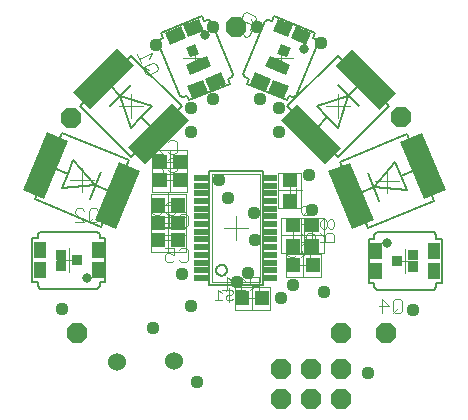
<source format=gbo>
G75*
G70*
%OFA0B0*%
%FSLAX24Y24*%
%IPPOS*%
%LPD*%
%AMOC8*
5,1,8,0,0,1.08239X$1,22.5*
%
%ADD10C,0.0060*%
%ADD11C,0.0020*%
%ADD12R,0.0470X0.0200*%
%ADD13C,0.0040*%
%ADD14C,0.0000*%
%ADD15C,0.0080*%
%ADD16C,0.0315*%
%ADD17R,0.0434X0.0572*%
%ADD18R,0.0336X0.0336*%
%ADD19R,0.0375X0.0375*%
%ADD20R,0.0336X0.0336*%
%ADD21R,0.0375X0.0375*%
%ADD22C,0.0600*%
%ADD23OC8,0.0680*%
%ADD24C,0.0050*%
%ADD25R,0.0780X0.2080*%
%ADD26R,0.0513X0.0474*%
%ADD27R,0.0474X0.0513*%
%ADD28C,0.0440*%
D10*
X007013Y005764D02*
X008810Y005764D01*
X008810Y009536D01*
X007013Y009536D01*
X007013Y005764D01*
X007251Y006242D02*
X007253Y006268D01*
X007259Y006294D01*
X007268Y006318D01*
X007281Y006341D01*
X007297Y006362D01*
X007316Y006380D01*
X007337Y006396D01*
X007361Y006408D01*
X007385Y006416D01*
X007411Y006421D01*
X007438Y006422D01*
X007464Y006419D01*
X007489Y006412D01*
X007513Y006402D01*
X007536Y006388D01*
X007556Y006372D01*
X007573Y006352D01*
X007588Y006330D01*
X007599Y006306D01*
X007607Y006281D01*
X007611Y006255D01*
X007611Y006229D01*
X007607Y006203D01*
X007599Y006178D01*
X007588Y006154D01*
X007573Y006132D01*
X007556Y006112D01*
X007536Y006096D01*
X007513Y006082D01*
X007489Y006072D01*
X007464Y006065D01*
X007438Y006062D01*
X007411Y006063D01*
X007385Y006068D01*
X007361Y006076D01*
X007337Y006088D01*
X007316Y006104D01*
X007297Y006122D01*
X007281Y006143D01*
X007268Y006166D01*
X007259Y006190D01*
X007253Y006216D01*
X007251Y006242D01*
D11*
X007103Y005854D02*
X008720Y005854D01*
X008720Y009446D01*
X007103Y009446D01*
X007103Y005854D01*
X007881Y005687D02*
X007881Y004913D01*
X009041Y004913D01*
X009041Y005687D01*
X007881Y005687D01*
X009424Y006820D02*
X010198Y006820D01*
X010198Y007980D01*
X009424Y007980D01*
X009424Y006820D01*
X009581Y006787D02*
X009581Y006013D01*
X010741Y006013D01*
X010741Y006787D01*
X009581Y006787D01*
X010074Y006820D02*
X010848Y006820D01*
X010848Y007980D01*
X010074Y007980D01*
X010074Y006820D01*
X010098Y008320D02*
X009324Y008320D01*
X009324Y009480D01*
X010098Y009480D01*
X010098Y008320D01*
X006291Y008863D02*
X006291Y009637D01*
X005131Y009637D01*
X005131Y008863D01*
X006291Y008863D01*
X006241Y008787D02*
X005081Y008787D01*
X005081Y008013D01*
X006241Y008013D01*
X006241Y008787D01*
X006241Y008187D02*
X006241Y007413D01*
X005081Y007413D01*
X005081Y008187D01*
X006241Y008187D01*
X006241Y007637D02*
X005081Y007637D01*
X005081Y006863D01*
X006241Y006863D01*
X006241Y007637D01*
X006291Y009463D02*
X005131Y009463D01*
X005131Y010237D01*
X006291Y010237D01*
X006291Y009463D01*
D12*
X006763Y009313D03*
X006763Y009057D03*
X006763Y008802D03*
X006763Y008546D03*
X006763Y008290D03*
X006763Y008034D03*
X006763Y007778D03*
X006763Y007522D03*
X006763Y007266D03*
X006763Y007010D03*
X006763Y006754D03*
X006763Y006498D03*
X006763Y006243D03*
X006763Y005987D03*
X009060Y005987D03*
X009060Y006243D03*
X009060Y006498D03*
X009060Y006754D03*
X009060Y007010D03*
X009060Y007266D03*
X009060Y007522D03*
X009060Y007778D03*
X009060Y008034D03*
X009060Y008290D03*
X009060Y008546D03*
X009060Y008802D03*
X009060Y009057D03*
X009060Y009313D03*
D13*
X009905Y008977D02*
X009905Y008670D01*
X010158Y008398D02*
X010081Y008321D01*
X010081Y008168D01*
X010158Y008091D01*
X010465Y008398D01*
X010158Y008398D01*
X010465Y008398D02*
X010542Y008321D01*
X010542Y008168D01*
X010465Y008091D01*
X010158Y008091D01*
X010081Y007937D02*
X010081Y007630D01*
X010081Y007477D02*
X010235Y007323D01*
X010235Y007400D02*
X010235Y007170D01*
X010161Y007130D02*
X010084Y007054D01*
X010084Y006900D01*
X010161Y006823D01*
X010391Y006823D01*
X010391Y006670D02*
X010391Y007130D01*
X010161Y007130D01*
X010081Y007170D02*
X010542Y007170D01*
X010542Y007400D01*
X010465Y007477D01*
X010312Y007477D01*
X010235Y007400D01*
X010388Y007630D02*
X010542Y007784D01*
X010081Y007784D01*
X010731Y007861D02*
X010731Y007707D01*
X010808Y007630D01*
X010885Y007630D01*
X010962Y007707D01*
X010962Y007861D01*
X010885Y007937D01*
X010808Y007937D01*
X010731Y007861D01*
X010962Y007861D02*
X011038Y007937D01*
X011115Y007937D01*
X011192Y007861D01*
X011192Y007707D01*
X011115Y007630D01*
X011038Y007630D01*
X010962Y007707D01*
X010962Y007477D02*
X010885Y007400D01*
X010885Y007170D01*
X010885Y007323D02*
X010731Y007477D01*
X010962Y007477D02*
X011115Y007477D01*
X011192Y007400D01*
X011192Y007170D01*
X010731Y007170D01*
X010238Y006823D02*
X010084Y006670D01*
X009931Y006747D02*
X009854Y006670D01*
X009701Y006670D01*
X009624Y006747D01*
X009624Y007054D01*
X009701Y007130D01*
X009854Y007130D01*
X009931Y007054D01*
X009931Y006977D01*
X009854Y006900D01*
X009624Y006900D01*
X008691Y006030D02*
X008461Y006030D01*
X008384Y005954D01*
X008384Y005800D01*
X008461Y005723D01*
X008691Y005723D01*
X008691Y005570D02*
X008691Y006030D01*
X008538Y005723D02*
X008384Y005570D01*
X008231Y005570D02*
X007924Y005570D01*
X007936Y005595D02*
X007936Y005294D01*
X007996Y005234D01*
X008116Y005234D01*
X008176Y005294D01*
X008176Y005595D01*
X008077Y005570D02*
X008077Y006030D01*
X008231Y005877D01*
X007771Y005877D02*
X007617Y006030D01*
X007617Y005570D01*
X007628Y005595D02*
X007568Y005535D01*
X007628Y005595D02*
X007748Y005595D01*
X007808Y005535D01*
X007808Y005475D01*
X007748Y005414D01*
X007628Y005414D01*
X007568Y005354D01*
X007568Y005294D01*
X007628Y005234D01*
X007748Y005234D01*
X007808Y005294D01*
X007688Y005174D02*
X007688Y005655D01*
X007771Y005570D02*
X007464Y005570D01*
X007440Y005475D02*
X007320Y005595D01*
X007320Y005234D01*
X007440Y005234D02*
X007199Y005234D01*
X006235Y006520D02*
X006082Y006520D01*
X006005Y006597D01*
X005852Y006597D02*
X005775Y006520D01*
X005622Y006520D01*
X005545Y006597D01*
X005545Y006750D01*
X005622Y006827D01*
X005698Y006827D01*
X005852Y006750D01*
X005852Y006980D01*
X005545Y006980D01*
X006005Y006904D02*
X006082Y006980D01*
X006235Y006980D01*
X006312Y006904D01*
X006312Y006597D01*
X006235Y006520D01*
X006235Y007670D02*
X006082Y007670D01*
X006005Y007747D01*
X005852Y007670D02*
X005545Y007670D01*
X005698Y007670D02*
X005698Y008130D01*
X005852Y007977D01*
X005815Y008070D02*
X005661Y008070D01*
X005584Y008147D01*
X005431Y008147D02*
X005431Y008300D01*
X005201Y008300D01*
X005124Y008223D01*
X005124Y008147D01*
X005201Y008070D01*
X005354Y008070D01*
X005431Y008147D01*
X005431Y008300D02*
X005277Y008454D01*
X005124Y008530D01*
X005584Y008454D02*
X005661Y008530D01*
X005815Y008530D01*
X005891Y008454D01*
X005891Y008147D01*
X005815Y008070D01*
X006005Y008054D02*
X006082Y008130D01*
X006235Y008130D01*
X006312Y008054D01*
X006312Y007747D01*
X006235Y007670D01*
X005865Y009520D02*
X005711Y009520D01*
X005634Y009597D01*
X005481Y009597D02*
X005481Y009520D01*
X005481Y009597D02*
X005174Y009904D01*
X005174Y009980D01*
X005481Y009980D01*
X005481Y010120D02*
X005174Y010427D01*
X005174Y010504D01*
X005251Y010580D01*
X005404Y010580D01*
X005481Y010504D01*
X005634Y010504D02*
X005711Y010580D01*
X005865Y010580D01*
X005941Y010504D01*
X005941Y010197D01*
X005865Y010120D01*
X005711Y010120D01*
X005634Y010197D01*
X005481Y010120D02*
X005174Y010120D01*
X005634Y009904D02*
X005711Y009980D01*
X005865Y009980D01*
X005941Y009904D01*
X005941Y009597D01*
X005865Y009520D01*
X003316Y008229D02*
X003316Y007922D01*
X003239Y007845D01*
X003086Y007845D01*
X003009Y007922D01*
X003009Y008229D01*
X003086Y008305D01*
X003239Y008305D01*
X003316Y008229D01*
X003162Y007998D02*
X003009Y007845D01*
X002856Y007845D02*
X002549Y008152D01*
X002549Y008229D01*
X002625Y008305D01*
X002779Y008305D01*
X002856Y008229D01*
X002856Y007845D02*
X002549Y007845D01*
X004896Y012801D02*
X004996Y012759D01*
X005280Y012876D01*
X005321Y012977D01*
X005262Y013118D01*
X005162Y013160D01*
X004878Y013043D01*
X004837Y012942D01*
X004896Y012801D01*
X005008Y012930D02*
X004808Y013013D01*
X004749Y013155D02*
X004631Y013439D01*
X004690Y013297D02*
X005115Y013473D01*
X005032Y013272D01*
X007923Y014230D02*
X007965Y014129D01*
X008036Y014100D01*
X008136Y014141D01*
X008178Y014041D01*
X008249Y014012D01*
X008349Y014053D01*
X008407Y014195D01*
X008366Y014295D01*
X008425Y014437D02*
X008141Y014555D01*
X008100Y014655D01*
X008158Y014797D01*
X008259Y014838D01*
X008542Y014721D01*
X008584Y014621D01*
X008525Y014479D01*
X008425Y014437D01*
X008496Y014408D02*
X008413Y014608D01*
X008082Y014413D02*
X007982Y014371D01*
X007923Y014230D01*
X008136Y014141D02*
X008165Y014212D01*
X012772Y005280D02*
X013002Y005050D01*
X012695Y005050D01*
X012772Y004820D02*
X012772Y005280D01*
X013155Y005204D02*
X013155Y004897D01*
X013232Y004820D01*
X013385Y004820D01*
X013462Y004897D01*
X013462Y005204D01*
X013385Y005280D01*
X013232Y005280D01*
X013155Y005204D01*
X013309Y004973D02*
X013155Y004820D01*
D14*
X013561Y006150D02*
X013561Y006950D01*
X013161Y006550D02*
X013961Y006550D01*
X012961Y008800D02*
X012961Y009600D01*
X012561Y009200D02*
X013361Y009200D01*
X011311Y011300D02*
X011311Y012100D01*
X010911Y011700D02*
X011711Y011700D01*
X009811Y013300D02*
X009011Y013300D01*
X009411Y012900D02*
X009411Y013700D01*
X006961Y013300D02*
X006161Y013300D01*
X006561Y012900D02*
X006561Y013700D01*
X004811Y011700D02*
X004011Y011700D01*
X004411Y011300D02*
X004411Y012100D01*
X005711Y010250D02*
X005711Y009450D01*
X005711Y009650D02*
X005711Y008850D01*
X005661Y008800D02*
X005661Y008000D01*
X005661Y008200D02*
X005661Y007400D01*
X005661Y007650D02*
X005661Y006850D01*
X005261Y007250D02*
X006061Y007250D01*
X006061Y007800D02*
X005261Y007800D01*
X005261Y008400D02*
X006061Y008400D01*
X006111Y009250D02*
X005311Y009250D01*
X005311Y009850D02*
X006111Y009850D01*
X007911Y008050D02*
X007911Y007250D01*
X007511Y007650D02*
X008311Y007650D01*
X009411Y007400D02*
X010211Y007400D01*
X010061Y007400D02*
X010861Y007400D01*
X010461Y007000D02*
X010461Y007800D01*
X009811Y007800D02*
X009811Y007000D01*
X010161Y006800D02*
X010161Y006000D01*
X009761Y006400D02*
X010561Y006400D01*
X008861Y005300D02*
X008061Y005300D01*
X008461Y004900D02*
X008461Y005700D01*
X009711Y008500D02*
X009711Y009300D01*
X009311Y008900D02*
X010111Y008900D01*
X003168Y009257D02*
X002368Y009257D01*
X002768Y008857D02*
X002768Y009657D01*
X002336Y006975D02*
X002336Y006175D01*
X001936Y006575D02*
X002736Y006575D01*
D15*
X003369Y007313D02*
X003547Y007313D01*
X003547Y005837D01*
X003369Y005837D01*
X003369Y005699D01*
X003291Y005620D01*
X001381Y005620D01*
X001302Y005699D01*
X001302Y005837D01*
X001125Y005837D01*
X001125Y007313D01*
X001302Y007313D01*
X001302Y007451D01*
X001381Y007530D01*
X003291Y007530D01*
X003369Y007451D01*
X003369Y007313D01*
X006045Y012053D02*
X006148Y012010D01*
X006275Y012063D01*
X006343Y011899D01*
X007707Y012464D01*
X007639Y012628D01*
X007766Y012680D01*
X007809Y012783D01*
X007078Y014547D01*
X006975Y014590D01*
X006848Y014537D01*
X006780Y014701D01*
X005416Y014136D01*
X005484Y013972D01*
X005357Y013920D01*
X005314Y013817D01*
X006045Y012053D01*
X008164Y012783D02*
X008207Y012680D01*
X008334Y012628D01*
X008266Y012464D01*
X009630Y011899D01*
X009698Y012063D01*
X009825Y012010D01*
X009928Y012053D01*
X010659Y013817D01*
X010616Y013920D01*
X010489Y013972D01*
X010557Y014136D01*
X009193Y014701D01*
X009125Y014537D01*
X008998Y014590D01*
X008895Y014547D01*
X008164Y012783D01*
X012607Y007505D02*
X012528Y007426D01*
X012528Y007288D01*
X012351Y007288D01*
X012351Y005812D01*
X012528Y005812D01*
X012528Y005674D01*
X012607Y005595D01*
X014516Y005595D01*
X014595Y005674D01*
X014595Y005812D01*
X014772Y005812D01*
X014772Y007288D01*
X014595Y007288D01*
X014595Y007426D01*
X014516Y007505D01*
X012607Y007505D01*
D16*
X012961Y007141D03*
X010187Y013629D03*
X006877Y014081D03*
X002936Y005984D03*
D17*
X003301Y006250D03*
X003301Y006900D03*
X001371Y006900D03*
X001371Y006250D03*
G36*
X006449Y011976D02*
X006283Y012376D01*
X006811Y012594D01*
X006977Y012194D01*
X006449Y011976D01*
G37*
G36*
X007050Y012224D02*
X006884Y012624D01*
X007412Y012842D01*
X007578Y012442D01*
X007050Y012224D01*
G37*
G36*
X008395Y012442D02*
X008561Y012842D01*
X009089Y012624D01*
X008923Y012224D01*
X008395Y012442D01*
G37*
G36*
X008995Y012194D02*
X009161Y012594D01*
X009689Y012376D01*
X009523Y011976D01*
X008995Y012194D01*
G37*
G36*
X009734Y013976D02*
X009900Y014376D01*
X010428Y014158D01*
X010262Y013758D01*
X009734Y013976D01*
G37*
G36*
X009133Y014224D02*
X009299Y014624D01*
X009827Y014406D01*
X009661Y014006D01*
X009133Y014224D01*
G37*
G36*
X006311Y014006D02*
X006145Y014406D01*
X006673Y014624D01*
X006839Y014224D01*
X006311Y014006D01*
G37*
G36*
X005711Y013758D02*
X005545Y014158D01*
X006073Y014376D01*
X006239Y013976D01*
X005711Y013758D01*
G37*
X012597Y006875D03*
X012597Y006225D03*
X014526Y006225D03*
X014526Y006875D03*
D18*
G36*
X009298Y013465D02*
X009427Y013774D01*
X009736Y013645D01*
X009607Y013336D01*
X009298Y013465D01*
G37*
G36*
X006366Y013336D02*
X006237Y013645D01*
X006546Y013774D01*
X006675Y013465D01*
X006366Y013336D01*
G37*
D19*
G36*
X006385Y012748D02*
X006242Y013093D01*
X006587Y013236D01*
X006730Y012891D01*
X006385Y012748D01*
G37*
G36*
X006731Y012891D02*
X006588Y013236D01*
X006933Y013379D01*
X007076Y013034D01*
X006731Y012891D01*
G37*
G36*
X008897Y013034D02*
X009040Y013379D01*
X009385Y013236D01*
X009242Y012891D01*
X008897Y013034D01*
G37*
G36*
X009242Y012891D02*
X009385Y013236D01*
X009730Y013093D01*
X009587Y012748D01*
X009242Y012891D01*
G37*
D20*
X013286Y006550D03*
X002612Y006575D03*
D21*
X002080Y006762D03*
X002080Y006388D03*
X013817Y006363D03*
X013817Y006737D03*
D22*
X003961Y003197D03*
X005861Y003203D03*
D23*
X002611Y004150D03*
X009411Y002950D03*
X009411Y001950D03*
X010411Y001950D03*
X010411Y002950D03*
X011411Y002950D03*
X011411Y001950D03*
X011411Y004150D03*
X012911Y004150D03*
X013411Y011350D03*
X007911Y014350D03*
X002411Y011300D03*
D24*
X002714Y011700D02*
X004411Y010003D01*
X006108Y011700D01*
X004411Y013397D01*
X002714Y011700D01*
X002119Y010825D02*
X001200Y008608D01*
X003418Y007689D01*
X004336Y009907D01*
X002119Y010825D01*
X002498Y009910D02*
X003230Y009066D01*
X002115Y008987D01*
X002306Y009448D01*
X001844Y009640D01*
X002306Y009448D02*
X002498Y009910D01*
X003230Y009066D02*
X003692Y008874D01*
X003039Y008604D02*
X003421Y009528D01*
X004411Y010993D02*
X004058Y012054D01*
X005118Y011700D01*
X004765Y011346D01*
X005118Y010993D01*
X004765Y011346D02*
X004411Y010993D01*
X003704Y011700D02*
X004411Y012407D01*
X004058Y012054D02*
X003704Y012407D01*
X009614Y011700D02*
X011311Y010003D01*
X013008Y011700D01*
X011311Y013397D01*
X009614Y011700D01*
X010604Y011700D02*
X011665Y012054D01*
X011311Y010993D01*
X010958Y011346D01*
X010604Y010993D01*
X010958Y011346D02*
X010604Y011700D01*
X011311Y012407D02*
X012018Y011700D01*
X011665Y012054D02*
X012018Y012407D01*
X013611Y010768D02*
X014529Y008551D01*
X012312Y007632D01*
X011393Y009849D01*
X013611Y010768D01*
X013232Y009853D02*
X013423Y009391D01*
X013885Y009583D01*
X013423Y009391D02*
X013615Y008929D01*
X012499Y009009D01*
X013232Y009853D01*
X012308Y009471D02*
X012691Y008547D01*
X012499Y009009D02*
X012037Y008817D01*
D25*
G36*
X010995Y009532D02*
X011716Y009831D01*
X012511Y007910D01*
X011790Y007611D01*
X010995Y009532D01*
G37*
G36*
X011424Y010315D02*
X010872Y009763D01*
X009402Y011233D01*
X009954Y011785D01*
X011424Y010315D01*
G37*
G36*
X013256Y012146D02*
X012704Y011594D01*
X011234Y013064D01*
X011786Y013616D01*
X013256Y012146D01*
G37*
G36*
X013387Y010523D02*
X014108Y010822D01*
X014903Y008901D01*
X014182Y008602D01*
X013387Y010523D01*
G37*
G36*
X005797Y011813D02*
X006349Y011261D01*
X004879Y009791D01*
X004327Y010343D01*
X005797Y011813D01*
G37*
G36*
X003965Y013644D02*
X004517Y013092D01*
X003047Y011622D01*
X002495Y012174D01*
X003965Y013644D01*
G37*
G36*
X001532Y008622D02*
X000811Y008921D01*
X001606Y010842D01*
X002327Y010543D01*
X001532Y008622D01*
G37*
G36*
X003925Y007631D02*
X003204Y007930D01*
X003999Y009851D01*
X004720Y009552D01*
X003925Y007631D01*
G37*
D26*
X005327Y007800D03*
X005327Y007250D03*
X005996Y007250D03*
X005996Y007800D03*
X005996Y008400D03*
X005327Y008400D03*
X005377Y009250D03*
X005377Y009850D03*
X006046Y009850D03*
X006046Y009250D03*
X009811Y007735D03*
X010461Y007735D03*
X010461Y007065D03*
X009811Y007065D03*
D27*
X009827Y006400D03*
X010496Y006400D03*
X008796Y005300D03*
X008127Y005300D03*
X009711Y008565D03*
X009711Y009235D03*
D28*
X010361Y009400D03*
X010461Y008250D03*
X008511Y008150D03*
X007661Y008650D03*
X007361Y009250D03*
X006411Y010850D03*
X006411Y011650D03*
X007161Y011950D03*
X008711Y011950D03*
X009361Y011650D03*
X009361Y010850D03*
X010761Y013800D03*
X008611Y014350D03*
X007161Y014350D03*
X005261Y013750D03*
X008561Y007250D03*
X008311Y006150D03*
X007961Y005850D03*
X009411Y005300D03*
X009811Y005750D03*
X010861Y005500D03*
X012311Y002800D03*
X013811Y004900D03*
X006611Y002500D03*
X005161Y004300D03*
X006411Y005050D03*
X006111Y006100D03*
X002111Y004950D03*
M02*

</source>
